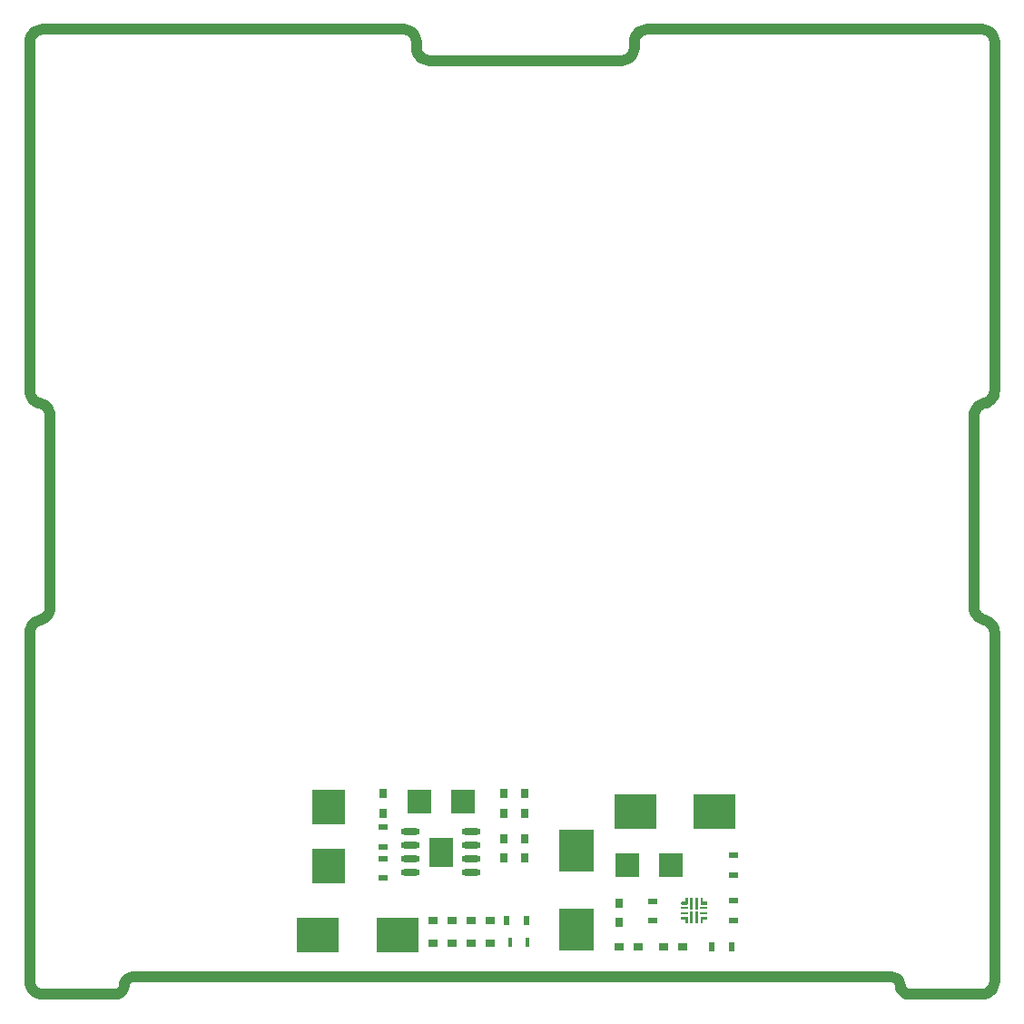
<source format=gbr>
G04*
G04 #@! TF.GenerationSoftware,Altium Limited,Altium Designer,24.1.2 (44)*
G04*
G04 Layer_Color=8421504*
%FSLAX44Y44*%
%MOMM*%
G71*
G04*
G04 #@! TF.SameCoordinates,32799FE6-DD90-4EFC-9ADB-317E97FF397D*
G04*
G04*
G04 #@! TF.FilePolarity,Positive*
G04*
G01*
G75*
%ADD17C,1.0000*%
%ADD18R,3.2000X4.0000*%
%ADD19R,4.0000X3.2000*%
%ADD20R,2.2860X2.3000*%
%ADD21R,0.9000X0.6000*%
G04:AMPARAMS|DCode=22|XSize=0.6mm|YSize=0.25mm|CornerRadius=0.0463mm|HoleSize=0mm|Usage=FLASHONLY|Rotation=180.000|XOffset=0mm|YOffset=0mm|HoleType=Round|Shape=RoundedRectangle|*
%AMROUNDEDRECTD22*
21,1,0.6000,0.1575,0,0,180.0*
21,1,0.5075,0.2500,0,0,180.0*
1,1,0.0925,-0.2537,0.0788*
1,1,0.0925,0.2537,0.0788*
1,1,0.0925,0.2537,-0.0788*
1,1,0.0925,-0.2537,-0.0788*
%
%ADD22ROUNDEDRECTD22*%
%ADD23R,0.8000X0.9000*%
%ADD24R,0.6000X0.9000*%
%ADD25R,0.9000X0.8000*%
%ADD26R,2.3000X2.8000*%
%ADD27O,1.8000X0.6000*%
%ADD28R,0.4000X0.8500*%
%ADD29R,3.1500X3.3000*%
G36*
X611824Y66002D02*
X611798Y66004D01*
X611772Y66007D01*
X611746Y66012D01*
X611721Y66018D01*
X611696Y66025D01*
X611671Y66034D01*
X611647Y66044D01*
X611623Y66055D01*
X611600Y66068D01*
X611578Y66082D01*
X611556Y66096D01*
X611535Y66112D01*
X611515Y66129D01*
X611496Y66147D01*
X611478Y66166D01*
X611461Y66186D01*
X611446Y66207D01*
X611431Y66228D01*
X611417Y66251D01*
X611404Y66274D01*
X611393Y66297D01*
X611383Y66322D01*
X611375Y66346D01*
X611367Y66371D01*
X611361Y66397D01*
X611356Y66423D01*
X611353Y66448D01*
X611351Y66475D01*
X611350Y66501D01*
Y69751D01*
X608100D01*
X608074Y69752D01*
X608048Y69754D01*
X608022Y69757D01*
X607996Y69762D01*
X607971Y69768D01*
X607946Y69775D01*
X607921Y69784D01*
X607897Y69794D01*
X607873Y69805D01*
X607850Y69818D01*
X607828Y69832D01*
X607806Y69846D01*
X607785Y69862D01*
X607765Y69879D01*
X607747Y69897D01*
X607728Y69916D01*
X607711Y69936D01*
X607696Y69957D01*
X607681Y69978D01*
X607667Y70001D01*
X607654Y70024D01*
X607643Y70047D01*
X607633Y70072D01*
X607625Y70096D01*
X607617Y70121D01*
X607611Y70147D01*
X607606Y70173D01*
X607603Y70198D01*
X607601Y70225D01*
X607600Y70251D01*
Y72001D01*
X607601Y72027D01*
X607603Y72053D01*
X607606Y72079D01*
X607611Y72105D01*
X607617Y72130D01*
X607625Y72155D01*
X607633Y72180D01*
X607643Y72204D01*
X607654Y72228D01*
X607667Y72251D01*
X607681Y72273D01*
X607696Y72295D01*
X607711Y72316D01*
X607728Y72335D01*
X607747Y72354D01*
X607765Y72372D01*
X607785Y72389D01*
X607806Y72405D01*
X607828Y72420D01*
X607850Y72434D01*
X607873Y72446D01*
X607897Y72458D01*
X607921Y72468D01*
X607946Y72476D01*
X607971Y72484D01*
X607996Y72490D01*
X608022Y72495D01*
X608048Y72498D01*
X608074Y72500D01*
X608100Y72501D01*
X613100D01*
X613126Y72500D01*
X613152Y72498D01*
X613178Y72495D01*
X613204Y72490D01*
X613229Y72484D01*
X613255Y72476D01*
X613279Y72468D01*
X613303Y72458D01*
X613327Y72446D01*
X613350Y72434D01*
X613372Y72420D01*
X613394Y72405D01*
X613415Y72389D01*
X613435Y72372D01*
X613454Y72354D01*
X613472Y72335D01*
X613489Y72316D01*
X613504Y72295D01*
X613519Y72273D01*
X613533Y72251D01*
X613545Y72228D01*
X613557Y72204D01*
X613567Y72180D01*
X613576Y72155D01*
X613583Y72130D01*
X613589Y72105D01*
X613594Y72079D01*
X613597Y72053D01*
X613599Y72027D01*
X613600Y72001D01*
Y66501D01*
X613599Y66475D01*
X613597Y66448D01*
X613594Y66423D01*
X613589Y66397D01*
X613583Y66371D01*
X613576Y66346D01*
X613567Y66322D01*
X613557Y66297D01*
X613545Y66274D01*
X613533Y66251D01*
X613519Y66228D01*
X613504Y66207D01*
X613489Y66186D01*
X613472Y66166D01*
X613454Y66147D01*
X613435Y66129D01*
X613415Y66112D01*
X613394Y66096D01*
X613372Y66082D01*
X613350Y66068D01*
X613327Y66055D01*
X613303Y66044D01*
X613279Y66034D01*
X613255Y66025D01*
X613229Y66018D01*
X613204Y66012D01*
X613178Y66007D01*
X613152Y66004D01*
X613126Y66002D01*
X613100Y66001D01*
X611850D01*
X611824Y66002D01*
D02*
G37*
G36*
X616174Y66402D02*
X616148Y66404D01*
X616122Y66407D01*
X616096Y66412D01*
X616071Y66418D01*
X616045Y66425D01*
X616021Y66434D01*
X615997Y66444D01*
X615973Y66455D01*
X615950Y66468D01*
X615928Y66481D01*
X615906Y66496D01*
X615885Y66512D01*
X615865Y66529D01*
X615846Y66547D01*
X615828Y66566D01*
X615811Y66586D01*
X615796Y66607D01*
X615781Y66628D01*
X615767Y66651D01*
X615755Y66674D01*
X615743Y66697D01*
X615733Y66722D01*
X615724Y66746D01*
X615717Y66771D01*
X615711Y66797D01*
X615706Y66823D01*
X615703Y66849D01*
X615701Y66875D01*
X615700Y66901D01*
Y76501D01*
X615701Y76527D01*
X615703Y76553D01*
X615706Y76579D01*
X615711Y76605D01*
X615717Y76630D01*
X615724Y76655D01*
X615733Y76680D01*
X615743Y76704D01*
X615755Y76728D01*
X615767Y76751D01*
X615781Y76773D01*
X615796Y76795D01*
X615811Y76816D01*
X615828Y76835D01*
X615846Y76854D01*
X615865Y76872D01*
X615885Y76889D01*
X615906Y76905D01*
X615928Y76920D01*
X615950Y76934D01*
X615973Y76946D01*
X615997Y76958D01*
X616021Y76968D01*
X616045Y76976D01*
X616071Y76984D01*
X616096Y76990D01*
X616122Y76995D01*
X616148Y76998D01*
X616174Y77000D01*
X616200Y77001D01*
X618000D01*
X618026Y77000D01*
X618052Y76998D01*
X618078Y76995D01*
X618104Y76990D01*
X618129Y76984D01*
X618154Y76976D01*
X618179Y76968D01*
X618203Y76958D01*
X618227Y76946D01*
X618250Y76934D01*
X618272Y76920D01*
X618294Y76905D01*
X618315Y76889D01*
X618335Y76872D01*
X618354Y76854D01*
X618372Y76835D01*
X618389Y76816D01*
X618405Y76795D01*
X618419Y76773D01*
X618433Y76751D01*
X618446Y76728D01*
X618457Y76704D01*
X618467Y76680D01*
X618475Y76655D01*
X618483Y76630D01*
X618489Y76605D01*
X618494Y76579D01*
X618497Y76553D01*
X618499Y76527D01*
X618500Y76501D01*
Y66901D01*
X618499Y66875D01*
X618497Y66849D01*
X618494Y66823D01*
X618489Y66797D01*
X618483Y66771D01*
X618475Y66746D01*
X618467Y66722D01*
X618457Y66697D01*
X618446Y66674D01*
X618433Y66651D01*
X618419Y66628D01*
X618405Y66607D01*
X618389Y66586D01*
X618372Y66566D01*
X618354Y66547D01*
X618335Y66529D01*
X618315Y66512D01*
X618294Y66496D01*
X618272Y66481D01*
X618250Y66468D01*
X618227Y66455D01*
X618203Y66444D01*
X618179Y66434D01*
X618154Y66425D01*
X618129Y66418D01*
X618104Y66412D01*
X618078Y66407D01*
X618052Y66404D01*
X618026Y66402D01*
X618000Y66401D01*
X616200D01*
X616174Y66402D01*
D02*
G37*
G36*
Y79001D02*
X616148Y79004D01*
X616122Y79007D01*
X616096Y79012D01*
X616071Y79018D01*
X616045Y79025D01*
X616021Y79034D01*
X615997Y79044D01*
X615973Y79055D01*
X615950Y79068D01*
X615928Y79082D01*
X615906Y79096D01*
X615885Y79112D01*
X615865Y79129D01*
X615846Y79147D01*
X615828Y79166D01*
X615811Y79186D01*
X615796Y79207D01*
X615781Y79229D01*
X615767Y79251D01*
X615755Y79274D01*
X615743Y79297D01*
X615733Y79322D01*
X615724Y79346D01*
X615717Y79371D01*
X615711Y79397D01*
X615706Y79423D01*
X615703Y79448D01*
X615701Y79475D01*
X615700Y79501D01*
Y89101D01*
X615701Y89127D01*
X615703Y89153D01*
X615706Y89179D01*
X615711Y89205D01*
X615717Y89230D01*
X615724Y89255D01*
X615733Y89280D01*
X615743Y89304D01*
X615755Y89328D01*
X615767Y89351D01*
X615781Y89373D01*
X615796Y89395D01*
X615811Y89416D01*
X615828Y89435D01*
X615846Y89454D01*
X615865Y89472D01*
X615885Y89489D01*
X615906Y89505D01*
X615928Y89520D01*
X615950Y89534D01*
X615973Y89546D01*
X615997Y89558D01*
X616021Y89568D01*
X616045Y89576D01*
X616071Y89584D01*
X616096Y89590D01*
X616122Y89595D01*
X616148Y89598D01*
X616174Y89600D01*
X616200Y89601D01*
X618000D01*
X618026Y89600D01*
X618052Y89598D01*
X618078Y89595D01*
X618104Y89590D01*
X618129Y89584D01*
X618154Y89576D01*
X618179Y89568D01*
X618203Y89558D01*
X618227Y89546D01*
X618250Y89534D01*
X618272Y89520D01*
X618294Y89505D01*
X618315Y89489D01*
X618335Y89472D01*
X618354Y89454D01*
X618372Y89435D01*
X618389Y89416D01*
X618405Y89395D01*
X618419Y89373D01*
X618433Y89351D01*
X618446Y89328D01*
X618457Y89304D01*
X618467Y89280D01*
X618475Y89255D01*
X618483Y89230D01*
X618489Y89205D01*
X618494Y89179D01*
X618497Y89153D01*
X618499Y89127D01*
X618500Y89101D01*
Y79501D01*
X618499Y79475D01*
X618497Y79448D01*
X618494Y79423D01*
X618489Y79397D01*
X618483Y79371D01*
X618475Y79346D01*
X618467Y79322D01*
X618457Y79297D01*
X618446Y79274D01*
X618433Y79251D01*
X618419Y79229D01*
X618405Y79207D01*
X618389Y79186D01*
X618372Y79166D01*
X618354Y79147D01*
X618335Y79129D01*
X618315Y79112D01*
X618294Y79096D01*
X618272Y79082D01*
X618250Y79068D01*
X618227Y79055D01*
X618203Y79044D01*
X618179Y79034D01*
X618154Y79025D01*
X618129Y79018D01*
X618104Y79012D01*
X618078Y79007D01*
X618052Y79004D01*
X618026Y79001D01*
X618000Y79001D01*
X616200D01*
X616174Y79001D01*
D02*
G37*
G36*
X608074Y83502D02*
X608048Y83504D01*
X608022Y83507D01*
X607996Y83512D01*
X607971Y83518D01*
X607946Y83525D01*
X607921Y83534D01*
X607897Y83544D01*
X607873Y83555D01*
X607850Y83568D01*
X607828Y83581D01*
X607806Y83596D01*
X607785Y83612D01*
X607765Y83629D01*
X607747Y83647D01*
X607728Y83666D01*
X607711Y83686D01*
X607696Y83707D01*
X607681Y83729D01*
X607667Y83751D01*
X607654Y83774D01*
X607643Y83797D01*
X607633Y83822D01*
X607625Y83846D01*
X607617Y83871D01*
X607611Y83897D01*
X607606Y83923D01*
X607603Y83948D01*
X607601Y83975D01*
X607600Y84001D01*
Y85751D01*
X607601Y85777D01*
X607603Y85803D01*
X607606Y85829D01*
X607611Y85855D01*
X607617Y85880D01*
X607625Y85905D01*
X607633Y85930D01*
X607643Y85954D01*
X607654Y85978D01*
X607667Y86001D01*
X607681Y86023D01*
X607696Y86045D01*
X607711Y86066D01*
X607728Y86085D01*
X607747Y86104D01*
X607765Y86122D01*
X607785Y86139D01*
X607806Y86155D01*
X607828Y86170D01*
X607850Y86184D01*
X607873Y86196D01*
X607897Y86208D01*
X607921Y86218D01*
X607946Y86226D01*
X607971Y86234D01*
X607996Y86240D01*
X608022Y86245D01*
X608048Y86248D01*
X608074Y86250D01*
X608100Y86251D01*
X611350D01*
Y89501D01*
X611351Y89527D01*
X611353Y89553D01*
X611356Y89579D01*
X611361Y89605D01*
X611367Y89630D01*
X611375Y89655D01*
X611383Y89680D01*
X611393Y89704D01*
X611404Y89728D01*
X611417Y89751D01*
X611431Y89773D01*
X611446Y89795D01*
X611461Y89816D01*
X611478Y89835D01*
X611496Y89854D01*
X611515Y89872D01*
X611535Y89889D01*
X611556Y89905D01*
X611578Y89920D01*
X611600Y89934D01*
X611623Y89946D01*
X611647Y89958D01*
X611671Y89968D01*
X611696Y89976D01*
X611721Y89984D01*
X611746Y89990D01*
X611772Y89995D01*
X611798Y89998D01*
X611824Y90000D01*
X611850Y90001D01*
X613100D01*
X613126Y90000D01*
X613152Y89998D01*
X613178Y89995D01*
X613204Y89990D01*
X613229Y89984D01*
X613255Y89976D01*
X613279Y89968D01*
X613303Y89958D01*
X613327Y89946D01*
X613350Y89934D01*
X613372Y89920D01*
X613394Y89905D01*
X613415Y89889D01*
X613435Y89872D01*
X613454Y89854D01*
X613472Y89835D01*
X613489Y89816D01*
X613504Y89795D01*
X613519Y89773D01*
X613533Y89751D01*
X613545Y89728D01*
X613557Y89704D01*
X613567Y89680D01*
X613576Y89655D01*
X613583Y89630D01*
X613589Y89605D01*
X613594Y89579D01*
X613597Y89553D01*
X613599Y89527D01*
X613600Y89501D01*
Y84001D01*
X613599Y83975D01*
X613597Y83948D01*
X613594Y83923D01*
X613589Y83897D01*
X613583Y83871D01*
X613576Y83846D01*
X613567Y83822D01*
X613557Y83797D01*
X613545Y83774D01*
X613533Y83751D01*
X613519Y83729D01*
X613504Y83707D01*
X613489Y83686D01*
X613472Y83666D01*
X613454Y83647D01*
X613435Y83629D01*
X613415Y83612D01*
X613394Y83596D01*
X613372Y83581D01*
X613350Y83568D01*
X613327Y83555D01*
X613303Y83544D01*
X613279Y83534D01*
X613255Y83525D01*
X613229Y83518D01*
X613204Y83512D01*
X613178Y83507D01*
X613152Y83504D01*
X613126Y83502D01*
X613100Y83501D01*
X608100D01*
X608074Y83502D01*
D02*
G37*
G36*
X626074Y66002D02*
X626048Y66004D01*
X626022Y66007D01*
X625996Y66012D01*
X625971Y66018D01*
X625946Y66025D01*
X625921Y66034D01*
X625897Y66044D01*
X625873Y66055D01*
X625850Y66068D01*
X625828Y66082D01*
X625806Y66096D01*
X625785Y66112D01*
X625765Y66129D01*
X625746Y66147D01*
X625728Y66166D01*
X625711Y66186D01*
X625695Y66207D01*
X625681Y66228D01*
X625667Y66251D01*
X625654Y66274D01*
X625643Y66297D01*
X625633Y66322D01*
X625625Y66346D01*
X625617Y66371D01*
X625611Y66397D01*
X625606Y66423D01*
X625603Y66448D01*
X625601Y66475D01*
X625600Y66501D01*
Y72001D01*
X625601Y72027D01*
X625603Y72053D01*
X625606Y72079D01*
X625611Y72105D01*
X625617Y72130D01*
X625625Y72155D01*
X625633Y72180D01*
X625643Y72204D01*
X625654Y72228D01*
X625667Y72251D01*
X625681Y72273D01*
X625695Y72295D01*
X625711Y72316D01*
X625728Y72335D01*
X625746Y72354D01*
X625765Y72372D01*
X625785Y72389D01*
X625806Y72405D01*
X625828Y72420D01*
X625850Y72434D01*
X625873Y72446D01*
X625897Y72458D01*
X625921Y72468D01*
X625946Y72476D01*
X625971Y72484D01*
X625996Y72490D01*
X626022Y72495D01*
X626048Y72498D01*
X626074Y72500D01*
X626100Y72501D01*
X631100D01*
X631126Y72500D01*
X631152Y72498D01*
X631178Y72495D01*
X631204Y72490D01*
X631229Y72484D01*
X631255Y72476D01*
X631279Y72468D01*
X631303Y72458D01*
X631327Y72446D01*
X631350Y72434D01*
X631372Y72420D01*
X631394Y72405D01*
X631415Y72389D01*
X631435Y72372D01*
X631454Y72354D01*
X631472Y72335D01*
X631489Y72316D01*
X631505Y72295D01*
X631519Y72273D01*
X631533Y72251D01*
X631545Y72228D01*
X631557Y72204D01*
X631567Y72180D01*
X631576Y72155D01*
X631583Y72130D01*
X631589Y72105D01*
X631594Y72079D01*
X631597Y72053D01*
X631599Y72027D01*
X631600Y72001D01*
Y70251D01*
X631599Y70225D01*
X631597Y70198D01*
X631594Y70173D01*
X631589Y70147D01*
X631583Y70121D01*
X631576Y70096D01*
X631567Y70072D01*
X631557Y70047D01*
X631545Y70024D01*
X631533Y70001D01*
X631519Y69978D01*
X631505Y69957D01*
X631489Y69936D01*
X631472Y69916D01*
X631454Y69897D01*
X631435Y69879D01*
X631415Y69862D01*
X631394Y69846D01*
X631372Y69832D01*
X631350Y69818D01*
X631327Y69805D01*
X631303Y69794D01*
X631279Y69784D01*
X631255Y69775D01*
X631229Y69768D01*
X631204Y69762D01*
X631178Y69757D01*
X631152Y69754D01*
X631126Y69752D01*
X631100Y69751D01*
X627850D01*
Y66501D01*
X627849Y66475D01*
X627847Y66448D01*
X627844Y66423D01*
X627839Y66397D01*
X627833Y66371D01*
X627826Y66346D01*
X627817Y66322D01*
X627807Y66297D01*
X627795Y66274D01*
X627783Y66251D01*
X627769Y66228D01*
X627755Y66207D01*
X627739Y66186D01*
X627722Y66166D01*
X627704Y66147D01*
X627685Y66129D01*
X627665Y66112D01*
X627644Y66096D01*
X627622Y66082D01*
X627600Y66068D01*
X627577Y66055D01*
X627553Y66044D01*
X627529Y66034D01*
X627505Y66025D01*
X627479Y66018D01*
X627454Y66012D01*
X627428Y66007D01*
X627402Y66004D01*
X627376Y66002D01*
X627350Y66001D01*
X626100D01*
X626074Y66002D01*
D02*
G37*
G36*
X621174Y66402D02*
X621148Y66404D01*
X621122Y66407D01*
X621096Y66412D01*
X621071Y66418D01*
X621045Y66425D01*
X621021Y66434D01*
X620997Y66444D01*
X620973Y66455D01*
X620950Y66468D01*
X620928Y66481D01*
X620906Y66496D01*
X620885Y66512D01*
X620865Y66529D01*
X620846Y66547D01*
X620828Y66566D01*
X620811Y66586D01*
X620796Y66607D01*
X620781Y66628D01*
X620767Y66651D01*
X620755Y66674D01*
X620743Y66697D01*
X620733Y66722D01*
X620724Y66746D01*
X620717Y66771D01*
X620711Y66797D01*
X620706Y66823D01*
X620703Y66849D01*
X620701Y66875D01*
X620700Y66901D01*
Y76501D01*
X620701Y76527D01*
X620703Y76553D01*
X620706Y76579D01*
X620711Y76605D01*
X620717Y76630D01*
X620724Y76655D01*
X620733Y76680D01*
X620743Y76704D01*
X620755Y76728D01*
X620767Y76751D01*
X620781Y76773D01*
X620796Y76795D01*
X620811Y76816D01*
X620828Y76835D01*
X620846Y76854D01*
X620865Y76872D01*
X620885Y76889D01*
X620906Y76905D01*
X620928Y76920D01*
X620950Y76934D01*
X620973Y76946D01*
X620997Y76958D01*
X621021Y76968D01*
X621045Y76976D01*
X621071Y76984D01*
X621096Y76990D01*
X621122Y76995D01*
X621148Y76998D01*
X621174Y77000D01*
X621200Y77001D01*
X623000D01*
X623026Y77000D01*
X623052Y76998D01*
X623078Y76995D01*
X623104Y76990D01*
X623129Y76984D01*
X623154Y76976D01*
X623179Y76968D01*
X623203Y76958D01*
X623227Y76946D01*
X623250Y76934D01*
X623272Y76920D01*
X623294Y76905D01*
X623315Y76889D01*
X623335Y76872D01*
X623354Y76854D01*
X623372Y76835D01*
X623389Y76816D01*
X623405Y76795D01*
X623419Y76773D01*
X623433Y76751D01*
X623446Y76728D01*
X623457Y76704D01*
X623467Y76680D01*
X623475Y76655D01*
X623483Y76630D01*
X623489Y76605D01*
X623494Y76579D01*
X623497Y76553D01*
X623499Y76527D01*
X623500Y76501D01*
Y66901D01*
X623499Y66875D01*
X623497Y66849D01*
X623494Y66823D01*
X623489Y66797D01*
X623483Y66771D01*
X623475Y66746D01*
X623467Y66722D01*
X623457Y66697D01*
X623446Y66674D01*
X623433Y66651D01*
X623419Y66628D01*
X623405Y66607D01*
X623389Y66586D01*
X623372Y66566D01*
X623354Y66547D01*
X623335Y66529D01*
X623315Y66512D01*
X623294Y66496D01*
X623272Y66481D01*
X623250Y66468D01*
X623227Y66455D01*
X623203Y66444D01*
X623179Y66434D01*
X623154Y66425D01*
X623129Y66418D01*
X623104Y66412D01*
X623078Y66407D01*
X623052Y66404D01*
X623026Y66402D01*
X623000Y66401D01*
X621200D01*
X621174Y66402D01*
D02*
G37*
G36*
Y79001D02*
X621148Y79004D01*
X621122Y79007D01*
X621096Y79012D01*
X621071Y79018D01*
X621045Y79025D01*
X621021Y79034D01*
X620997Y79044D01*
X620973Y79055D01*
X620950Y79068D01*
X620928Y79082D01*
X620906Y79096D01*
X620885Y79112D01*
X620865Y79129D01*
X620846Y79147D01*
X620828Y79166D01*
X620811Y79186D01*
X620796Y79207D01*
X620781Y79229D01*
X620767Y79251D01*
X620755Y79274D01*
X620743Y79297D01*
X620733Y79322D01*
X620724Y79346D01*
X620717Y79371D01*
X620711Y79397D01*
X620706Y79423D01*
X620703Y79448D01*
X620701Y79475D01*
X620700Y79501D01*
Y89101D01*
X620701Y89127D01*
X620703Y89153D01*
X620706Y89179D01*
X620711Y89205D01*
X620717Y89230D01*
X620724Y89255D01*
X620733Y89280D01*
X620743Y89304D01*
X620755Y89328D01*
X620767Y89351D01*
X620781Y89373D01*
X620796Y89395D01*
X620811Y89416D01*
X620828Y89435D01*
X620846Y89454D01*
X620865Y89472D01*
X620885Y89489D01*
X620906Y89505D01*
X620928Y89520D01*
X620950Y89534D01*
X620973Y89546D01*
X620997Y89558D01*
X621021Y89568D01*
X621045Y89576D01*
X621071Y89584D01*
X621096Y89590D01*
X621122Y89595D01*
X621148Y89598D01*
X621174Y89600D01*
X621200Y89601D01*
X623000D01*
X623026Y89600D01*
X623052Y89598D01*
X623078Y89595D01*
X623104Y89590D01*
X623129Y89584D01*
X623154Y89576D01*
X623179Y89568D01*
X623203Y89558D01*
X623227Y89546D01*
X623250Y89534D01*
X623272Y89520D01*
X623294Y89505D01*
X623315Y89489D01*
X623335Y89472D01*
X623354Y89454D01*
X623372Y89435D01*
X623389Y89416D01*
X623405Y89395D01*
X623419Y89373D01*
X623433Y89351D01*
X623446Y89328D01*
X623457Y89304D01*
X623467Y89280D01*
X623475Y89255D01*
X623483Y89230D01*
X623489Y89205D01*
X623494Y89179D01*
X623497Y89153D01*
X623499Y89127D01*
X623500Y89101D01*
Y79501D01*
X623499Y79475D01*
X623497Y79448D01*
X623494Y79423D01*
X623489Y79397D01*
X623483Y79371D01*
X623475Y79346D01*
X623467Y79322D01*
X623457Y79297D01*
X623446Y79274D01*
X623433Y79251D01*
X623419Y79229D01*
X623405Y79207D01*
X623389Y79186D01*
X623372Y79166D01*
X623354Y79147D01*
X623335Y79129D01*
X623315Y79112D01*
X623294Y79096D01*
X623272Y79082D01*
X623250Y79068D01*
X623227Y79055D01*
X623203Y79044D01*
X623179Y79034D01*
X623154Y79025D01*
X623129Y79018D01*
X623104Y79012D01*
X623078Y79007D01*
X623052Y79004D01*
X623026Y79001D01*
X623000Y79001D01*
X621200D01*
X621174Y79001D01*
D02*
G37*
G36*
X626074Y83502D02*
X626048Y83504D01*
X626022Y83507D01*
X625996Y83512D01*
X625971Y83518D01*
X625946Y83525D01*
X625921Y83534D01*
X625897Y83544D01*
X625873Y83555D01*
X625850Y83568D01*
X625828Y83581D01*
X625806Y83596D01*
X625785Y83612D01*
X625765Y83629D01*
X625746Y83647D01*
X625728Y83666D01*
X625711Y83686D01*
X625695Y83707D01*
X625681Y83729D01*
X625667Y83751D01*
X625654Y83774D01*
X625643Y83797D01*
X625633Y83822D01*
X625625Y83846D01*
X625617Y83871D01*
X625611Y83897D01*
X625606Y83923D01*
X625603Y83948D01*
X625601Y83975D01*
X625600Y84001D01*
Y89501D01*
X625601Y89527D01*
X625603Y89553D01*
X625606Y89579D01*
X625611Y89605D01*
X625617Y89630D01*
X625625Y89655D01*
X625633Y89680D01*
X625643Y89704D01*
X625654Y89728D01*
X625667Y89751D01*
X625681Y89773D01*
X625695Y89795D01*
X625711Y89816D01*
X625728Y89835D01*
X625746Y89854D01*
X625765Y89872D01*
X625785Y89889D01*
X625806Y89905D01*
X625828Y89920D01*
X625850Y89934D01*
X625873Y89946D01*
X625897Y89958D01*
X625921Y89968D01*
X625946Y89976D01*
X625971Y89984D01*
X625996Y89990D01*
X626022Y89995D01*
X626048Y89998D01*
X626074Y90000D01*
X626100Y90001D01*
X627350D01*
X627376Y90000D01*
X627402Y89998D01*
X627428Y89995D01*
X627454Y89990D01*
X627479Y89984D01*
X627505Y89976D01*
X627529Y89968D01*
X627553Y89958D01*
X627577Y89946D01*
X627600Y89934D01*
X627622Y89920D01*
X627644Y89905D01*
X627665Y89889D01*
X627685Y89872D01*
X627704Y89854D01*
X627722Y89835D01*
X627739Y89816D01*
X627755Y89795D01*
X627769Y89773D01*
X627783Y89751D01*
X627795Y89728D01*
X627807Y89704D01*
X627817Y89680D01*
X627826Y89655D01*
X627833Y89630D01*
X627839Y89605D01*
X627844Y89579D01*
X627847Y89553D01*
X627849Y89527D01*
X627850Y89501D01*
Y86251D01*
X631100D01*
X631126Y86250D01*
X631152Y86248D01*
X631178Y86245D01*
X631204Y86240D01*
X631229Y86234D01*
X631255Y86226D01*
X631279Y86218D01*
X631303Y86208D01*
X631327Y86196D01*
X631350Y86184D01*
X631372Y86170D01*
X631394Y86155D01*
X631415Y86139D01*
X631435Y86122D01*
X631454Y86104D01*
X631472Y86085D01*
X631489Y86066D01*
X631505Y86045D01*
X631519Y86023D01*
X631533Y86001D01*
X631545Y85978D01*
X631557Y85954D01*
X631567Y85930D01*
X631576Y85905D01*
X631583Y85880D01*
X631589Y85855D01*
X631594Y85829D01*
X631597Y85803D01*
X631599Y85777D01*
X631600Y85751D01*
Y84001D01*
X631599Y83975D01*
X631597Y83948D01*
X631594Y83923D01*
X631589Y83897D01*
X631583Y83871D01*
X631576Y83846D01*
X631567Y83822D01*
X631557Y83797D01*
X631545Y83774D01*
X631533Y83751D01*
X631519Y83729D01*
X631505Y83707D01*
X631489Y83686D01*
X631472Y83666D01*
X631454Y83647D01*
X631435Y83629D01*
X631415Y83612D01*
X631394Y83596D01*
X631372Y83581D01*
X631350Y83568D01*
X631327Y83555D01*
X631303Y83544D01*
X631279Y83534D01*
X631255Y83525D01*
X631229Y83518D01*
X631204Y83512D01*
X631178Y83507D01*
X631152Y83504D01*
X631126Y83502D01*
X631100Y83501D01*
X626100D01*
X626074Y83502D01*
D02*
G37*
D17*
X0Y12000D02*
X301Y9330D01*
X1188Y6793D01*
X2618Y4518D01*
X4518Y2618D01*
X6793Y1188D01*
X9330Y301D01*
X12000Y0D01*
X812000Y8000D02*
X812392Y5528D01*
X813528Y3298D01*
X815298Y1528D01*
X817528Y391D01*
X820000Y0D01*
X812000Y8000D02*
X811609Y10472D01*
X810472Y12702D01*
X808702Y14472D01*
X806472Y15609D01*
X804000Y16000D01*
X888000Y0D02*
X890670Y301D01*
X893207Y1188D01*
X895482Y2618D01*
X897382Y4518D01*
X898812Y6793D01*
X899699Y9330D01*
X900000Y12000D01*
X899990Y337130D02*
X899752Y339508D01*
X899048Y341791D01*
X897905Y343890D01*
X896369Y345720D01*
X894501Y347210D01*
X892374Y348301D01*
X890074Y348948D01*
X880800Y360650D02*
X881038Y358272D01*
X881742Y355989D01*
X882885Y353890D01*
X884421Y352060D01*
X886289Y350570D01*
X888416Y349479D01*
X890716Y348832D01*
X890074Y551072D02*
X892374Y551720D01*
X894501Y552810D01*
X896369Y554300D01*
X897905Y556130D01*
X899048Y558229D01*
X899752Y560512D01*
X899990Y562890D01*
X9916Y348968D02*
X7616Y348321D01*
X5489Y347230D01*
X3621Y345740D01*
X2085Y343910D01*
X942Y341811D01*
X238Y339528D01*
X0Y337150D01*
X9284Y348832D02*
X11584Y349479D01*
X13711Y350570D01*
X15579Y352060D01*
X17115Y353890D01*
X18258Y355989D01*
X18962Y358272D01*
X19200Y360650D01*
Y539350D02*
X18962Y541728D01*
X18258Y544011D01*
X17115Y546110D01*
X15579Y547940D01*
X13711Y549430D01*
X11584Y550521D01*
X9284Y551168D01*
X-10Y562850D02*
X228Y560472D01*
X932Y558189D01*
X2075Y556090D01*
X3611Y554260D01*
X5479Y552770D01*
X7606Y551679D01*
X9906Y551032D01*
X12000Y900000D02*
X9330Y899699D01*
X6793Y898812D01*
X4518Y897382D01*
X2618Y895482D01*
X1188Y893207D01*
X301Y890670D01*
X0Y888000D01*
X360700D02*
X360399Y890670D01*
X359512Y893207D01*
X358082Y895482D01*
X356182Y897382D01*
X353907Y898812D01*
X351370Y899699D01*
X348700Y900000D01*
X360700Y882700D02*
X361001Y880030D01*
X361888Y877493D01*
X363318Y875218D01*
X365218Y873318D01*
X367493Y871888D01*
X370030Y871001D01*
X372700Y870700D01*
X890716Y551168D02*
X888416Y550521D01*
X886289Y549430D01*
X884421Y547940D01*
X882885Y546110D01*
X881742Y544011D01*
X881038Y541728D01*
X880800Y539350D01*
X900000Y888000D02*
X899699Y890670D01*
X898812Y893207D01*
X897382Y895482D01*
X895482Y897382D01*
X893207Y898812D01*
X890670Y899699D01*
X888000Y900000D01*
X575900D02*
X573230Y899699D01*
X570693Y898812D01*
X568418Y897382D01*
X566518Y895482D01*
X565088Y893207D01*
X564201Y890670D01*
X563900Y888000D01*
X551900Y870700D02*
X554570Y871001D01*
X557107Y871888D01*
X559382Y873318D01*
X561282Y875218D01*
X562712Y877493D01*
X563599Y880030D01*
X563900Y882700D01*
X80000Y0D02*
X82472Y391D01*
X84702Y1528D01*
X86472Y3298D01*
X87608Y5528D01*
X88000Y8000D01*
X96000Y16000D02*
X93528Y15609D01*
X91298Y14472D01*
X89528Y12702D01*
X88392Y10472D01*
X88000Y8000D01*
X820000Y0D02*
X888000D01*
X360700Y882700D02*
Y888000D01*
X0Y12000D02*
Y337150D01*
X19200Y360650D02*
Y539350D01*
X900000Y12000D02*
Y337120D01*
X880800Y360650D02*
Y539350D01*
X899990Y562890D02*
Y887990D01*
X575900Y900000D02*
X888000D01*
X372700Y870700D02*
X551900D01*
X12000Y900000D02*
X348700D01*
X0Y562860D02*
Y888000D01*
X563900Y882700D02*
Y888000D01*
X12000Y0D02*
X80000D01*
X96000Y16000D02*
X804000D01*
D18*
X509800Y133900D02*
D03*
Y59900D02*
D03*
D19*
X564900Y170213D02*
D03*
X638900D02*
D03*
X342800Y55400D02*
D03*
X268800D02*
D03*
D20*
X557530Y120470D02*
D03*
X598170D02*
D03*
X363815Y179293D02*
D03*
X404455D02*
D03*
D21*
X656466Y129460D02*
D03*
X656467Y111301D02*
D03*
X656466Y86991D02*
D03*
X656467Y68832D02*
D03*
X580900Y86891D02*
D03*
X580901Y68732D02*
D03*
X329800Y137633D02*
D03*
X329799Y155792D02*
D03*
X329800Y108189D02*
D03*
X329799Y126348D02*
D03*
D22*
X610600Y80251D02*
D03*
Y75751D02*
D03*
X628600Y80251D02*
D03*
Y75751D02*
D03*
D23*
X549400Y85088D02*
D03*
Y67088D02*
D03*
X462000Y187080D02*
D03*
Y169080D02*
D03*
X442500Y187080D02*
D03*
Y169080D02*
D03*
X462000Y144780D02*
D03*
Y126780D02*
D03*
X442500Y144780D02*
D03*
Y126780D02*
D03*
X329800Y186880D02*
D03*
Y168880D02*
D03*
D24*
X654567Y44200D02*
D03*
X636408Y44199D02*
D03*
X462891Y68808D02*
D03*
X444732Y68807D02*
D03*
D25*
X591095Y44192D02*
D03*
X609095D02*
D03*
X549400D02*
D03*
X567400D02*
D03*
X394000Y68800D02*
D03*
X376000D02*
D03*
X429257D02*
D03*
X411257D02*
D03*
Y47700D02*
D03*
X429257D02*
D03*
X376000D02*
D03*
X394000D02*
D03*
D26*
X383500Y132680D02*
D03*
D27*
X411750Y113630D02*
D03*
Y126330D02*
D03*
Y139030D02*
D03*
Y151730D02*
D03*
X355250Y113630D02*
D03*
Y126330D02*
D03*
Y139030D02*
D03*
Y151730D02*
D03*
D28*
X464121Y48208D02*
D03*
X448121D02*
D03*
D29*
X278800Y119880D02*
D03*
Y174880D02*
D03*
M02*

</source>
